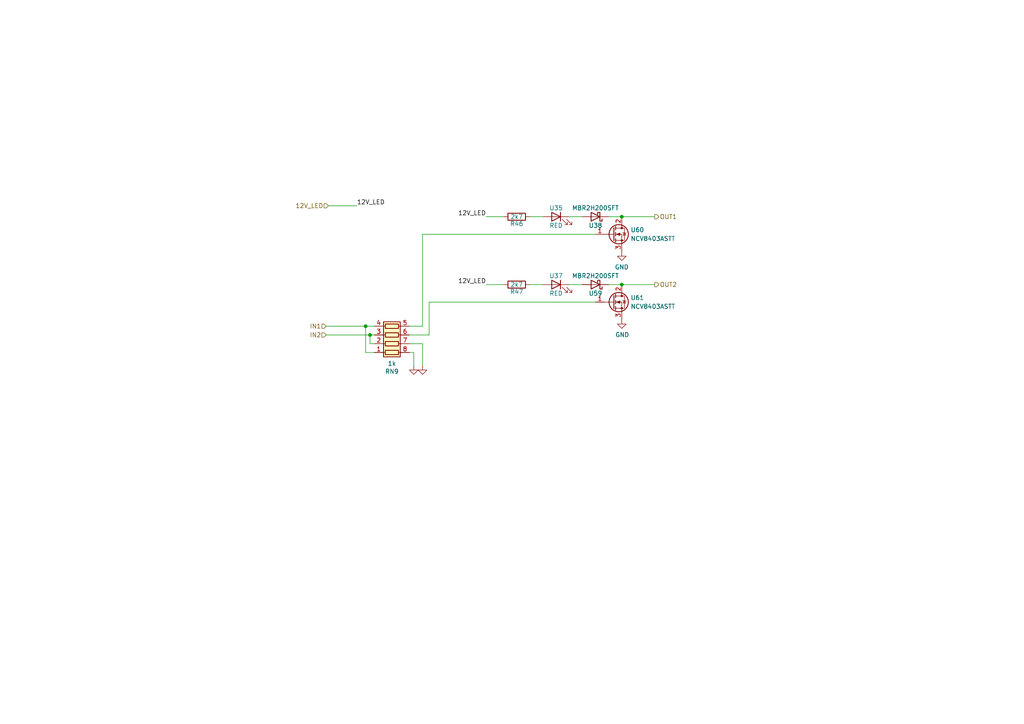
<source format=kicad_sch>
(kicad_sch (version 20230121) (generator eeschema)
  (paper "A4")
  (title_block (title "rusEfi Proteus") (date "2022-04-09") (rev "v0.7") (company "rusEFI") (comment 1 "github.com/mck1117/proteus") (comment 2 "rusefi.com/s/proteus"))
  (lib_symbols
    (symbol "Device:D_Schottky" (pin_numbers hide) (pin_names (offset 1.016) hide)
      (property "Reference" "D" (at 0 2.54 0))
      (property "Value" "D_Schottky" (at 0 -2.54 0))
      (symbol "D_Schottky_0_1"
        (polyline (pts (xy 1.27 0) (xy -1.27 0)))
        (polyline (pts (xy 1.27 1.27) (xy 1.27 -1.27) (xy -1.27 0) (xy 1.27 1.27)) (stroke (width 0.254)))
        (polyline (pts (xy -1.905 0.635) (xy -1.905 1.27) (xy -1.27 1.27) (xy -1.27 -1.27) (xy -0.635 -1.27) (xy -0.635 -0.635)) (stroke (width 0.254)))
      )
      (symbol "D_Schottky_1_1"
        (pin passive line (at -3.81 0 0) (length 2.54) (name "K") (number "1"))
        (pin passive line (at 3.81 0 180) (length 2.54) (name "A") (number "2"))
      )
    )
    (symbol "Device:LED" (pin_numbers hide) (pin_names (offset 1.016) hide)
      (property "Reference" "D" (at 0 2.54 0))
      (property "Value" "LED" (at 0 -2.54 0))
      (symbol "LED_0_1"
        (polyline (pts (xy -1.27 -1.27) (xy -1.27 1.27)) (stroke (width 0.254)))
        (polyline (pts (xy -1.27 0) (xy 1.27 0)))
        (polyline (pts (xy 1.27 -1.27) (xy 1.27 1.27) (xy -1.27 0) (xy 1.27 -1.27)) (stroke (width 0.254)))
        (polyline (pts (xy -3.048 -0.762) (xy -4.572 -2.286) (xy -3.81 -2.286) (xy -4.572 -2.286) (xy -4.572 -1.524)))
        (polyline (pts (xy -1.778 -0.762) (xy -3.302 -2.286) (xy -2.54 -2.286) (xy -3.302 -2.286) (xy -3.302 -1.524)))
      )
      (symbol "LED_1_1"
        (pin passive line (at -3.81 0 0) (length 2.54) (name "K") (number "1"))
        (pin passive line (at 3.81 0 180) (length 2.54) (name "A") (number "2"))
      )
    )
    (symbol "Device:Q_NMOS_GDS" (pin_names (offset 0) hide)
      (property "Reference" "Q" (at 5.08 1.27 0))
      (property "Value" "Q_NMOS_GDS" (at 5.08 -1.27 0))
      (symbol "Q_NMOS_GDS_0_1"
        (polyline (pts (xy 0.254 0) (xy -2.54 0)))
        (polyline (pts (xy 0.254 1.905) (xy 0.254 -1.905)) (stroke (width 0.254)))
        (polyline (pts (xy 0.762 -1.27) (xy 0.762 -2.286)) (stroke (width 0.254)))
        (polyline (pts (xy 0.762 0.508) (xy 0.762 -0.508)) (stroke (width 0.254)))
        (polyline (pts (xy 0.762 2.286) (xy 0.762 1.27)) (stroke (width 0.254)))
        (polyline (pts (xy 2.54 2.54) (xy 2.54 1.778)))
        (polyline (pts (xy 2.54 -2.54) (xy 2.54 0) (xy 0.762 0)))
        (polyline (pts (xy 0.762 -1.778) (xy 3.302 -1.778) (xy 3.302 1.778) (xy 0.762 1.778)))
        (polyline (pts (xy 1.016 0) (xy 2.032 0.381) (xy 2.032 -0.381) (xy 1.016 0)) (fill (type outline)))
        (polyline (pts (xy 2.794 0.508) (xy 2.921 0.381) (xy 3.683 0.381) (xy 3.81 0.254)))
        (polyline (pts (xy 3.302 0.381) (xy 2.921 -0.254) (xy 3.683 -0.254) (xy 3.302 0.381)))
        (circle (center 1.651 0) (radius 2.794) (stroke (width 0.254)))
        (circle (center 2.54 -1.778) (radius 0.254) (fill (type outline)))
        (circle (center 2.54 1.778) (radius 0.254) (fill (type outline)))
      )
      (symbol "Q_NMOS_GDS_1_1"
        (pin input line (at -5.08 0 0) (length 2.54) (name "G") (number "1"))
        (pin passive line (at 2.54 5.08 270) (length 2.54) (name "D") (number "2"))
        (pin passive line (at 2.54 -5.08 90) (length 2.54) (name "S") (number "3"))
      )
    )
    (symbol "Device:R" (pin_numbers hide) (pin_names (offset 0))
      (property "Reference" "R" (at 2.032 0 90))
      (property "Value" "R" (at 0 0 90))
      (symbol "R_0_1"
        (rectangle (start -1.016 -2.54) (end 1.016 2.54) (stroke (width 0.254)))
      )
      (symbol "R_1_1"
        (pin passive line (at 0 3.81 270) (length 1.27) (name "~") (number "1"))
        (pin passive line (at 0 -3.81 90) (length 1.27) (name "~") (number "2"))
      )
    )
    (symbol "Device:R_Pack04" (pin_names (offset 0) hide)
      (property "Reference" "RN" (at -7.62 0 90))
      (property "Value" "R_Pack04" (at 5.08 0 90))
      (symbol "R_Pack04_0_1"
        (rectangle (start -6.35 -2.413) (end 3.81 2.413) (stroke (width 0.254)) (fill (type background)))
        (rectangle (start -5.715 1.905) (end -4.445 -1.905) (stroke (width 0.254)))
        (rectangle (start -3.175 1.905) (end -1.905 -1.905) (stroke (width 0.254)))
        (rectangle (start -0.635 1.905) (end 0.635 -1.905) (stroke (width 0.254)))
        (polyline (pts (xy -5.08 -2.54) (xy -5.08 -1.905)))
        (polyline (pts (xy -5.08 1.905) (xy -5.08 2.54)))
        (polyline (pts (xy -2.54 -2.54) (xy -2.54 -1.905)))
        (polyline (pts (xy -2.54 1.905) (xy -2.54 2.54)))
        (polyline (pts (xy 0 -2.54) (xy 0 -1.905)))
        (polyline (pts (xy 0 1.905) (xy 0 2.54)))
        (polyline (pts (xy 2.54 -2.54) (xy 2.54 -1.905)))
        (polyline (pts (xy 2.54 1.905) (xy 2.54 2.54)))
        (rectangle (start 1.905 1.905) (end 3.175 -1.905) (stroke (width 0.254)))
      )
      (symbol "R_Pack04_1_1"
        (pin passive line (at -5.08 -5.08 90) (length 2.54) (name "R1.1") (number "1"))
        (pin passive line (at -2.54 -5.08 90) (length 2.54) (name "R2.1") (number "2"))
        (pin passive line (at 0 -5.08 90) (length 2.54) (name "R3.1") (number "3"))
        (pin passive line (at 2.54 -5.08 90) (length 2.54) (name "R4.1") (number "4"))
        (pin passive line (at 2.54 5.08 270) (length 2.54) (name "R4.2") (number "5"))
        (pin passive line (at 0 5.08 270) (length 2.54) (name "R3.2") (number "6"))
        (pin passive line (at -2.54 5.08 270) (length 2.54) (name "R2.2") (number "7"))
        (pin passive line (at -5.08 5.08 270) (length 2.54) (name "R1.2") (number "8"))
      )
    )
    (symbol "power:GND" (power) (pin_names (offset 0))
      (property "Value" "GND" (at 0 -3.81 0))
      (symbol "GND_0_1"
        (polyline (pts (xy 0 0) (xy 0 -1.27) (xy 1.27 -1.27) (xy 0 -2.54) (xy -1.27 -1.27) (xy 0 -1.27)))
      )
      (symbol "GND_1_1"
        (pin power_in line (at 0 0 270) (length 0) hide (name "GND") (number "1"))
      )
    )
  )
  (junction (at 107.315 97.155))
  (junction (at 180.34 82.55))
  (junction (at 180.34 62.865))
  (junction (at 106.045 94.615))
  (wire (pts (xy 118.745 99.695) (xy 122.555 99.695)))
  (wire (pts (xy 94.615 97.155) (xy 107.315 97.155)))
  (wire (pts (xy 108.585 94.615) (xy 106.045 94.615)))
  (wire (pts (xy 107.315 99.695) (xy 107.315 97.155)))
  (wire (pts (xy 124.46 87.63) (xy 172.72 87.63)))
  (wire (pts (xy 157.48 62.865) (xy 153.67 62.865)))
  (wire (pts (xy 168.91 62.865) (xy 165.1 62.865)))
  (wire (pts (xy 118.745 102.235) (xy 120.015 102.235)))
  (wire (pts (xy 157.48 82.55) (xy 153.67 82.55)))
  (wire (pts (xy 124.46 87.63) (xy 124.46 97.155)))
  (wire (pts (xy 180.34 62.865) (xy 189.865 62.865)))
  (wire (pts (xy 122.555 99.695) (xy 122.555 106.045)))
  (wire (pts (xy 118.745 94.615) (xy 122.555 94.615)))
  (wire (pts (xy 118.745 97.155) (xy 124.46 97.155)))
  (wire (pts (xy 94.615 94.615) (xy 106.045 94.615)))
  (wire (pts (xy 146.05 62.865) (xy 140.97 62.865)))
  (wire (pts (xy 107.315 97.155) (xy 108.585 97.155)))
  (wire (pts (xy 146.05 82.55) (xy 140.97 82.55)))
  (wire (pts (xy 122.555 67.945) (xy 122.555 94.615)))
  (wire (pts (xy 108.585 102.235) (xy 106.045 102.235)))
  (wire (pts (xy 176.53 62.865) (xy 180.34 62.865)))
  (wire (pts (xy 106.045 102.235) (xy 106.045 94.615)))
  (wire (pts (xy 95.25 59.69) (xy 103.505 59.69)))
  (wire (pts (xy 122.555 67.945) (xy 172.72 67.945)))
  (wire (pts (xy 108.585 99.695) (xy 107.315 99.695)))
  (wire (pts (xy 180.34 82.55) (xy 189.865 82.55)))
  (wire (pts (xy 168.91 82.55) (xy 165.1 82.55)))
  (wire (pts (xy 176.53 82.55) (xy 180.34 82.55)))
  (wire (pts (xy 120.015 102.235) (xy 120.015 106.045)))
  (label "12V_LED" (at 103.505 59.69 0))
  (label "12V_LED" (at 140.97 62.865 180))
  (label "12V_LED" (at 140.97 82.55 180))
  (hierarchical_label "OUT1" (shape output) (at 189.865 62.865 0))
  (hierarchical_label "IN2" (shape input) (at 94.615 97.155 180))
  (hierarchical_label "12V_LED" (shape input) (at 95.25 59.69 180))
  (hierarchical_label "OUT2" (shape output) (at 189.865 82.55 0))
  (hierarchical_label "IN1" (shape input) (at 94.615 94.615 180))
  (symbol (lib_id "Device:LED") (at 161.29 62.865 0) (mirror y) (unit 1)
    (property "Reference" "U35" (at 161.29 60.325 0))
    (property "Value" "RED" (at 161.29 65.405 0))
    (property "Footprint" "LED_SMD:LED_0805_2012Metric" (effects hide))
  )
  (symbol (lib_id "Device:R") (at 149.86 62.865 270) (unit 1)
    (property "Reference" "R46" (at 149.86 64.897 90))
    (property "Value" "2k7" (at 149.86 62.865 90))
    (property "Footprint" "Resistor_SMD:R_0805_2012Metric" (effects hide))
  )
  (symbol (lib_id "Device:R_Pack04") (at 113.665 97.155 270) (mirror x) (unit 1)
    (property "Reference" "RN9" (at 113.665 107.7468 90))
    (property "Value" "1k" (at 113.665 105.4354 90))
    (property "Footprint" "Resistor_SMD:R_Array_Convex_4x0603" (effects hide))
    (property "LCSC" "C20197" (effects hide))
    (property "LCSC_ext" "0" (effects hide))
  )
  (symbol (lib_id "Device:Q_NMOS_GDS") (at 177.8 87.63 0) (unit 1)
    (property "Reference" "U61" (at 182.88 86.36 0) (effects (justify left)))
    (property "Value" "NCV8403ASTT" (at 182.88 88.9 0) (effects (justify left)))
    (property "Footprint" "Package_TO_SOT_SMD:TO-252-2" (effects hide))
  )
  (symbol (lib_id "Device:LED") (at 161.29 82.55 0) (mirror y) (unit 1)
    (property "Reference" "U37" (at 161.29 80.01 0))
    (property "Value" "RED" (at 161.29 85.09 0))
    (property "Footprint" "LED_SMD:LED_0805_2012Metric" (effects hide))
  )
  (symbol (lib_id "Device:D_Schottky") (at 172.72 62.865 180) (unit 1)
    (property "Reference" "U38" (at 172.72 65.405 0))
    (property "Value" "MBR2H200SFT" (at 172.72 60.325 0))
    (property "Footprint" "Diode_SMD:D_SOD-123" (effects hide))
  )
  (symbol (lib_id "power:GND") (at 120.015 106.045 0) (unit 1)
    (property "Reference" "#PWR0267" (effects hide))
    (property "Value" "GND" (effects hide))
  )
  (symbol (lib_id "power:GND") (at 122.555 106.045 0) (unit 1)
    (property "Reference" "#PWR0266" (effects hide))
    (property "Value" "GND" (effects hide))
  )
  (symbol (lib_id "Device:D_Schottky") (at 172.72 82.55 180) (unit 1)
    (property "Reference" "U59" (at 172.72 85.09 0))
    (property "Value" "MBR2H200SFT" (at 172.72 80.01 0))
    (property "Footprint" "Diode_SMD:D_SOD-123" (effects hide))
  )
  (symbol (lib_id "power:GND") (at 180.34 73.025 0) (unit 1)
    (property "Reference" "#PWR0242" (effects hide))
    (property "Value" "GND" (at 180.34 77.47 0))
  )
  (symbol (lib_id "Device:R") (at 149.86 82.55 270) (unit 1)
    (property "Reference" "R47" (at 149.86 84.582 90))
    (property "Value" "2k7" (at 149.86 82.55 90))
    (property "Footprint" "Resistor_SMD:R_0805_2012Metric" (effects hide))
  )
  (symbol (lib_id "Device:Q_NMOS_GDS") (at 177.8 67.945 0) (unit 1)
    (property "Reference" "U60" (at 182.88 66.675 0) (effects (justify left)))
    (property "Value" "NCV8403ASTT" (at 182.88 69.215 0) (effects (justify left)))
    (property "Footprint" "Package_TO_SOT_SMD:TO-252-2" (effects hide))
  )
  (symbol (lib_id "power:GND") (at 180.34 92.71 0) (unit 1)
    (property "Reference" "#PWR0243" (effects hide))
    (property "Value" "GND" (at 180.467 97.1042 0))
  )
)
</source>
